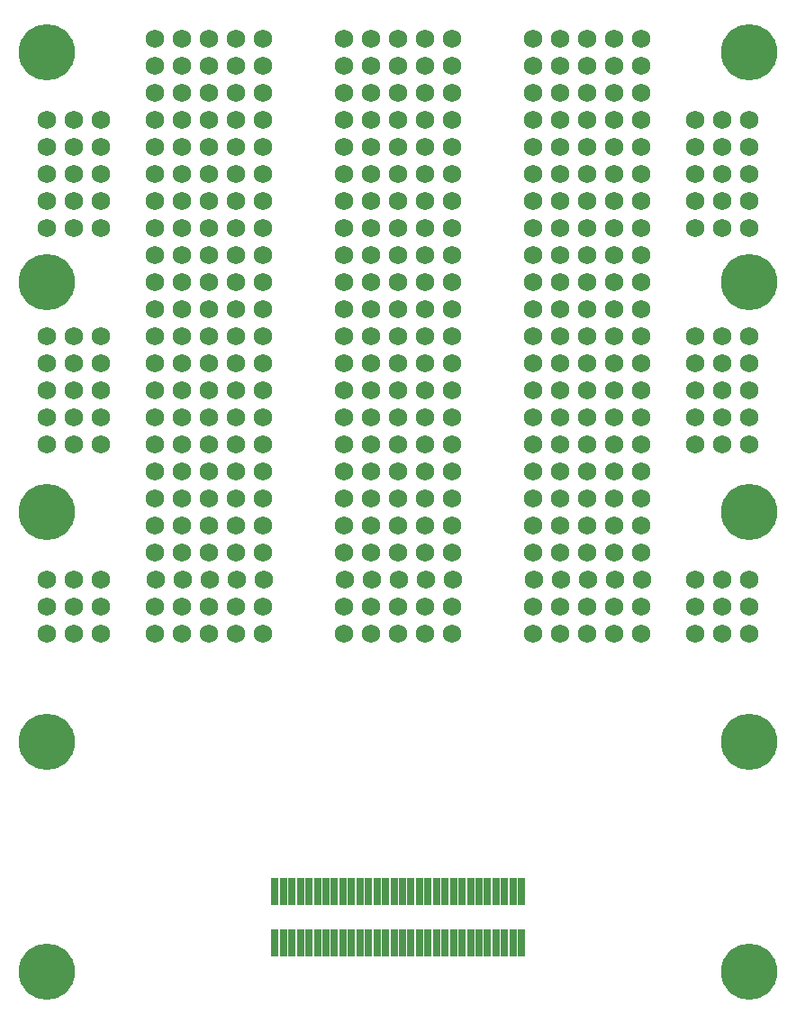
<source format=gbs>
G04*
G04 #@! TF.GenerationSoftware,Altium Limited,Altium Designer,24.0.1 (36)*
G04*
G04 Layer_Color=16711935*
%FSLAX44Y44*%
%MOMM*%
G71*
G04*
G04 #@! TF.SameCoordinates,2E35C3AD-188A-49CD-8274-300F61BF0D8F*
G04*
G04*
G04 #@! TF.FilePolarity,Negative*
G04*
G01*
G75*
%ADD15C,1.7272*%
%ADD16C,5.2832*%
%ADD21R,0.7032X2.6032*%
D15*
X723900Y1041400D02*
D03*
X698500D02*
D03*
X673100D02*
D03*
X1333500Y1143000D02*
D03*
X1308100D02*
D03*
X1282700D02*
D03*
X1333500Y1117600D02*
D03*
X1308100D02*
D03*
X1282700D02*
D03*
X1333500Y1092200D02*
D03*
X1308100D02*
D03*
X1282700D02*
D03*
X1333500Y1066800D02*
D03*
X1308100D02*
D03*
X1282700D02*
D03*
X1333500Y939800D02*
D03*
X1308100D02*
D03*
X1282700D02*
D03*
X1333500Y914400D02*
D03*
X1308100D02*
D03*
X1282700D02*
D03*
X1333500Y889000D02*
D03*
X1308100D02*
D03*
X1282700D02*
D03*
X1333500Y863600D02*
D03*
X1308100D02*
D03*
X1282700D02*
D03*
X1333500Y838200D02*
D03*
X1308100D02*
D03*
X1282700D02*
D03*
X723900Y1143000D02*
D03*
X698500D02*
D03*
X673100D02*
D03*
X723900Y1117600D02*
D03*
X698500D02*
D03*
X673100D02*
D03*
X723900Y1092200D02*
D03*
X698500D02*
D03*
X673100D02*
D03*
X723900Y1066800D02*
D03*
X698500D02*
D03*
X673100D02*
D03*
X723900Y939800D02*
D03*
X698500D02*
D03*
X673100D02*
D03*
X723900Y914400D02*
D03*
X698500D02*
D03*
X673100D02*
D03*
X723900Y889000D02*
D03*
X698500D02*
D03*
X673100D02*
D03*
X723900Y863600D02*
D03*
X698500D02*
D03*
X673100D02*
D03*
X723900Y838200D02*
D03*
X698500D02*
D03*
X673100D02*
D03*
X1333500Y711200D02*
D03*
X1308100D02*
D03*
X1282700D02*
D03*
X1333500Y685800D02*
D03*
X1308100D02*
D03*
X1282700D02*
D03*
X723900Y711200D02*
D03*
Y685800D02*
D03*
X698500Y711200D02*
D03*
Y685800D02*
D03*
X673100Y711200D02*
D03*
Y685800D02*
D03*
X774700Y1219200D02*
D03*
X800100D02*
D03*
X825500D02*
D03*
X850900D02*
D03*
X876300D02*
D03*
X774700Y1193800D02*
D03*
X800100D02*
D03*
X825500D02*
D03*
X850900D02*
D03*
X876300D02*
D03*
X774700Y1168400D02*
D03*
X800100D02*
D03*
X825500D02*
D03*
X850900D02*
D03*
X876300D02*
D03*
X774700Y1143000D02*
D03*
X800100D02*
D03*
X825500D02*
D03*
X850900D02*
D03*
X876300D02*
D03*
X774700Y1117600D02*
D03*
X800100D02*
D03*
X825500D02*
D03*
X850900D02*
D03*
X876300D02*
D03*
X774700Y1092200D02*
D03*
X800100D02*
D03*
X825500D02*
D03*
X850900D02*
D03*
X876300D02*
D03*
X774700Y1066800D02*
D03*
X800100D02*
D03*
X825500D02*
D03*
X850900D02*
D03*
X876300D02*
D03*
X774700Y1041400D02*
D03*
X800100D02*
D03*
X825500D02*
D03*
X850900D02*
D03*
X876300D02*
D03*
X774700Y1016000D02*
D03*
X800100D02*
D03*
X825500D02*
D03*
X850900D02*
D03*
X876300D02*
D03*
X774700Y990600D02*
D03*
X800100D02*
D03*
X825500D02*
D03*
X850900D02*
D03*
X876300D02*
D03*
X774700Y965200D02*
D03*
X800100D02*
D03*
X825500D02*
D03*
X850900D02*
D03*
X876300D02*
D03*
X774700Y939800D02*
D03*
X800100D02*
D03*
X825500D02*
D03*
X850900D02*
D03*
X876300D02*
D03*
X774700Y914400D02*
D03*
X800100D02*
D03*
X825500D02*
D03*
X850900D02*
D03*
X876300D02*
D03*
X774700Y889000D02*
D03*
X800100D02*
D03*
X825500D02*
D03*
X850900D02*
D03*
X876300D02*
D03*
X774700Y863600D02*
D03*
X800100D02*
D03*
X825500D02*
D03*
X850900D02*
D03*
X876300D02*
D03*
X774700Y838200D02*
D03*
X800100D02*
D03*
X825500D02*
D03*
X850900D02*
D03*
X876300D02*
D03*
X774700Y812800D02*
D03*
X800100D02*
D03*
X825500D02*
D03*
X850900D02*
D03*
X876300D02*
D03*
X774700Y787400D02*
D03*
X800100D02*
D03*
X825500D02*
D03*
X850900D02*
D03*
X876300D02*
D03*
X774700Y762000D02*
D03*
X800100D02*
D03*
X825500D02*
D03*
X850900D02*
D03*
X876300D02*
D03*
X774700Y736600D02*
D03*
X800100D02*
D03*
X825500D02*
D03*
X850900D02*
D03*
X876300D02*
D03*
X775336Y710711D02*
D03*
X800736D02*
D03*
X826136D02*
D03*
X851536D02*
D03*
X876936D02*
D03*
X1333500Y660400D02*
D03*
X1308100D02*
D03*
X1282700D02*
D03*
X723900D02*
D03*
X698500D02*
D03*
X673100D02*
D03*
X774700D02*
D03*
X800100D02*
D03*
X825500D02*
D03*
X850900D02*
D03*
X876300D02*
D03*
X774700Y685800D02*
D03*
X800100D02*
D03*
X825500D02*
D03*
X850900D02*
D03*
X876300D02*
D03*
X952500Y1219200D02*
D03*
X977900D02*
D03*
X1003300D02*
D03*
X1028700D02*
D03*
X1054100D02*
D03*
X952500Y1193800D02*
D03*
X977900D02*
D03*
X1003300D02*
D03*
X1028700D02*
D03*
X1054100D02*
D03*
X952500Y1168400D02*
D03*
X977900D02*
D03*
X1003300D02*
D03*
X1028700D02*
D03*
X1054100D02*
D03*
X952500Y1143000D02*
D03*
X977900D02*
D03*
X1003300D02*
D03*
X1028700D02*
D03*
X1054100D02*
D03*
X952500Y1117600D02*
D03*
X977900D02*
D03*
X1003300D02*
D03*
X1028700D02*
D03*
X1054100D02*
D03*
X952500Y1092200D02*
D03*
X977900D02*
D03*
X1003300D02*
D03*
X1028700D02*
D03*
X1054100D02*
D03*
X952500Y1066800D02*
D03*
X977900D02*
D03*
X1003300D02*
D03*
X1028700D02*
D03*
X1054100D02*
D03*
X952500Y1041400D02*
D03*
X977900D02*
D03*
X1003300D02*
D03*
X1028700D02*
D03*
X1054100D02*
D03*
X952500Y1016000D02*
D03*
X977900D02*
D03*
X1003300D02*
D03*
X1028700D02*
D03*
X1054100D02*
D03*
X952500Y990600D02*
D03*
X977900D02*
D03*
X1003300D02*
D03*
X1028700D02*
D03*
X1054100D02*
D03*
X952500Y965200D02*
D03*
X977900D02*
D03*
X1003300D02*
D03*
X1028700D02*
D03*
X1054100D02*
D03*
X952500Y939800D02*
D03*
X977900D02*
D03*
X1003300D02*
D03*
X1028700D02*
D03*
X1054100D02*
D03*
X952500Y914400D02*
D03*
X977900D02*
D03*
X1003300D02*
D03*
X1028700D02*
D03*
X1054100D02*
D03*
X952500Y889000D02*
D03*
X977900D02*
D03*
X1003300D02*
D03*
X1028700D02*
D03*
X1054100D02*
D03*
X952500Y863600D02*
D03*
X977900D02*
D03*
X1003300D02*
D03*
X1028700D02*
D03*
X1054100D02*
D03*
X952500Y838200D02*
D03*
X977900D02*
D03*
X1003300D02*
D03*
X1028700D02*
D03*
X1054100D02*
D03*
X952500Y812800D02*
D03*
X977900D02*
D03*
X1003300D02*
D03*
X1028700D02*
D03*
X1054100D02*
D03*
X952500Y787400D02*
D03*
X977900D02*
D03*
X1003300D02*
D03*
X1028700D02*
D03*
X1054100D02*
D03*
X952500Y762000D02*
D03*
X977900D02*
D03*
X1003300D02*
D03*
X1028700D02*
D03*
X1054100D02*
D03*
X952500Y736600D02*
D03*
X977900D02*
D03*
X1003300D02*
D03*
X1028700D02*
D03*
X1054100D02*
D03*
X953136Y710711D02*
D03*
X978536D02*
D03*
X1003936D02*
D03*
X1029336D02*
D03*
X1054736D02*
D03*
X952500Y660400D02*
D03*
X977900D02*
D03*
X1003300D02*
D03*
X1028700D02*
D03*
X1054100D02*
D03*
X952500Y685800D02*
D03*
X977900D02*
D03*
X1003300D02*
D03*
X1028700D02*
D03*
X1054100D02*
D03*
X1130300Y1219200D02*
D03*
X1155700D02*
D03*
X1181100D02*
D03*
X1206500D02*
D03*
X1231900D02*
D03*
X1130300Y1193800D02*
D03*
X1155700D02*
D03*
X1181100D02*
D03*
X1206500D02*
D03*
X1231900D02*
D03*
X1130300Y1168400D02*
D03*
X1155700D02*
D03*
X1181100D02*
D03*
X1206500D02*
D03*
X1231900D02*
D03*
X1130300Y1143000D02*
D03*
X1155700D02*
D03*
X1181100D02*
D03*
X1206500D02*
D03*
X1231900D02*
D03*
X1130300Y1117600D02*
D03*
X1155700D02*
D03*
X1181100D02*
D03*
X1206500D02*
D03*
X1231900D02*
D03*
X1130300Y1092200D02*
D03*
X1155700D02*
D03*
X1181100D02*
D03*
X1206500D02*
D03*
X1231900D02*
D03*
X1130300Y1066800D02*
D03*
X1155700D02*
D03*
X1181100D02*
D03*
X1206500D02*
D03*
X1231900D02*
D03*
X1130300Y1041400D02*
D03*
X1155700D02*
D03*
X1181100D02*
D03*
X1206500D02*
D03*
X1231900D02*
D03*
X1130300Y1016000D02*
D03*
X1155700D02*
D03*
X1181100D02*
D03*
X1206500D02*
D03*
X1231900D02*
D03*
X1130300Y990600D02*
D03*
X1155700D02*
D03*
X1181100D02*
D03*
X1206500D02*
D03*
X1231900D02*
D03*
X1130300Y965200D02*
D03*
X1155700D02*
D03*
X1181100D02*
D03*
X1206500D02*
D03*
X1231900D02*
D03*
X1130300Y939800D02*
D03*
X1155700D02*
D03*
X1181100D02*
D03*
X1206500D02*
D03*
X1231900D02*
D03*
X1130300Y914400D02*
D03*
X1155700D02*
D03*
X1181100D02*
D03*
X1206500D02*
D03*
X1231900D02*
D03*
X1130300Y889000D02*
D03*
X1155700D02*
D03*
X1181100D02*
D03*
X1206500D02*
D03*
X1231900D02*
D03*
X1130300Y863600D02*
D03*
X1155700D02*
D03*
X1181100D02*
D03*
X1206500D02*
D03*
X1231900D02*
D03*
X1130300Y838200D02*
D03*
X1155700D02*
D03*
X1181100D02*
D03*
X1206500D02*
D03*
X1231900D02*
D03*
X1130300Y812800D02*
D03*
X1155700D02*
D03*
X1181100D02*
D03*
X1206500D02*
D03*
X1231900D02*
D03*
X1130300Y787400D02*
D03*
X1155700D02*
D03*
X1181100D02*
D03*
X1206500D02*
D03*
X1231900D02*
D03*
X1130300Y762000D02*
D03*
X1155700D02*
D03*
X1181100D02*
D03*
X1206500D02*
D03*
X1231900D02*
D03*
X1130300Y736600D02*
D03*
X1155700D02*
D03*
X1181100D02*
D03*
X1206500D02*
D03*
X1231900D02*
D03*
X1130936Y710711D02*
D03*
X1156336D02*
D03*
X1181736D02*
D03*
X1207136D02*
D03*
X1232536D02*
D03*
X1130300Y660400D02*
D03*
X1155700D02*
D03*
X1181100D02*
D03*
X1206500D02*
D03*
X1231900D02*
D03*
X1130300Y685800D02*
D03*
X1155700D02*
D03*
X1181100D02*
D03*
X1206500D02*
D03*
X1231900D02*
D03*
X1333500Y1041400D02*
D03*
X1308100D02*
D03*
X1282700D02*
D03*
D16*
X673100Y1206500D02*
D03*
X1333500D02*
D03*
X673100Y990600D02*
D03*
X1333500D02*
D03*
X673100Y774700D02*
D03*
X1333500D02*
D03*
X673100Y558800D02*
D03*
X1333500D02*
D03*
Y342900D02*
D03*
X673100D02*
D03*
D21*
X887300Y417700D02*
D03*
Y369700D02*
D03*
X895300Y417700D02*
D03*
Y369700D02*
D03*
X903300Y417700D02*
D03*
Y369700D02*
D03*
X911300Y417700D02*
D03*
X911300Y369700D02*
D03*
X919300Y417700D02*
D03*
Y369700D02*
D03*
X927300Y417700D02*
D03*
Y369700D02*
D03*
X935300Y417700D02*
D03*
Y369700D02*
D03*
X943300Y417700D02*
D03*
Y369700D02*
D03*
X951300Y417700D02*
D03*
Y369700D02*
D03*
X959300Y417700D02*
D03*
Y369700D02*
D03*
X967300Y417700D02*
D03*
Y369700D02*
D03*
X975300Y417700D02*
D03*
Y369700D02*
D03*
X983300Y417700D02*
D03*
Y369700D02*
D03*
X991300Y417700D02*
D03*
X991300Y369700D02*
D03*
X999300Y417700D02*
D03*
Y369700D02*
D03*
X1007300Y417700D02*
D03*
Y369700D02*
D03*
X1015300Y417700D02*
D03*
Y369700D02*
D03*
X1023300Y417700D02*
D03*
Y369700D02*
D03*
X1031300Y417700D02*
D03*
Y369700D02*
D03*
X1039300Y417700D02*
D03*
Y369700D02*
D03*
X1047300Y417700D02*
D03*
X1047300Y369700D02*
D03*
X1055300Y417700D02*
D03*
Y369700D02*
D03*
X1063300Y417700D02*
D03*
Y369700D02*
D03*
X1071300Y417700D02*
D03*
Y369700D02*
D03*
X1079300Y417700D02*
D03*
Y369700D02*
D03*
X1087300Y417700D02*
D03*
Y369700D02*
D03*
X1095300Y417700D02*
D03*
X1095300Y369700D02*
D03*
X1103300Y417700D02*
D03*
X1103300Y369700D02*
D03*
X1111300Y417700D02*
D03*
Y369700D02*
D03*
X1119300Y417700D02*
D03*
Y369700D02*
D03*
M02*

</source>
